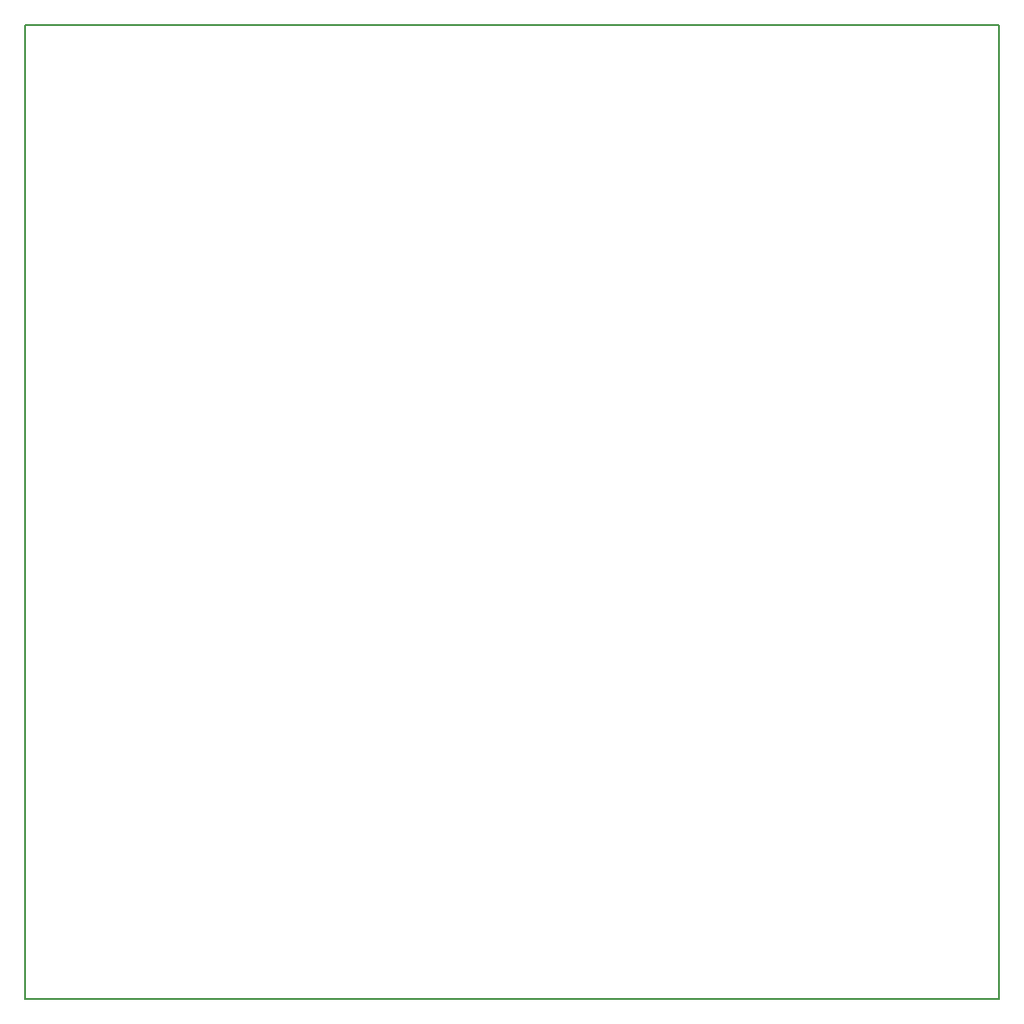
<source format=gbr>
G04 DipTrace 3.3.1.3*
G04 BoardOutline.gbr*
%MOIN*%
G04 #@! TF.FileFunction,Profile*
G04 #@! TF.Part,Single*
%ADD11C,0.005512*%
%FSLAX26Y26*%
G04*
G70*
G90*
G75*
G01*
G04 BoardOutline*
%LPD*%
X393700Y393700D2*
D11*
Y3893700D1*
X3893700D1*
Y393700D1*
X393700D1*
M02*

</source>
